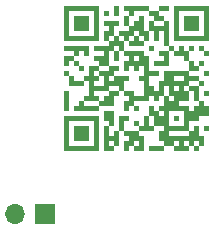
<source format=gbr>
%TF.GenerationSoftware,KiCad,Pcbnew,8.0.6+1*%
%TF.CreationDate,2024-12-11T00:22:32+00:00*%
%TF.ProjectId,Dino-Blinker,44696e6f-2d42-46c6-996e-6b65722e6b69,rev?*%
%TF.SameCoordinates,Original*%
%TF.FileFunction,Soldermask,Bot*%
%TF.FilePolarity,Negative*%
%FSLAX46Y46*%
G04 Gerber Fmt 4.6, Leading zero omitted, Abs format (unit mm)*
G04 Created by KiCad (PCBNEW 8.0.6+1) date 2024-12-11 00:22:32*
%MOMM*%
%LPD*%
G01*
G04 APERTURE LIST*
%ADD10C,0.000000*%
%ADD11R,1.700000X1.700000*%
%ADD12O,1.700000X1.700000*%
G04 APERTURE END LIST*
D10*
G36*
X151043332Y-107349999D02*
G01*
X150619999Y-107349999D01*
X150196666Y-107349999D01*
X149773333Y-107349999D01*
X149773333Y-106926666D01*
X150196666Y-106926666D01*
X150619999Y-106926666D01*
X151043332Y-106926666D01*
X151043332Y-107349999D01*
G37*
G36*
X153583333Y-100153333D02*
G01*
X154006666Y-100153333D01*
X154006666Y-100576666D01*
X153583333Y-100576666D01*
X153159999Y-100576666D01*
X153159999Y-100153333D01*
X153159999Y-99730000D01*
X153583333Y-99730000D01*
X153583333Y-100153333D01*
G37*
G36*
X145539999Y-104809999D02*
G01*
X145539999Y-105233333D01*
X145539999Y-105656666D01*
X145539999Y-106080000D01*
X145539999Y-106503333D01*
X145539999Y-106926666D01*
X145539999Y-107349999D01*
X145116666Y-107349999D01*
X144693333Y-107349999D01*
X144270000Y-107349999D01*
X143846666Y-107349999D01*
X143423333Y-107349999D01*
X143000000Y-107349999D01*
X142576666Y-107349999D01*
X142576666Y-106926666D01*
X142576666Y-106503333D01*
X142576666Y-106080000D01*
X142576666Y-105656666D01*
X142576666Y-105233333D01*
X143000000Y-105233333D01*
X143000000Y-105656666D01*
X143000000Y-106080000D01*
X143000000Y-106503333D01*
X143000000Y-106926666D01*
X143423333Y-106926666D01*
X143846666Y-106926666D01*
X144270000Y-106926666D01*
X144693333Y-106926666D01*
X145116666Y-106926666D01*
X145116666Y-106503333D01*
X145116666Y-106080000D01*
X145116666Y-105656666D01*
X145116666Y-105233333D01*
X145116666Y-104809999D01*
X144693333Y-104809999D01*
X144270000Y-104809999D01*
X143846666Y-104809999D01*
X143423333Y-104809999D01*
X143000000Y-104809999D01*
X143000000Y-105233333D01*
X142576666Y-105233333D01*
X142576666Y-104809999D01*
X142576666Y-104386666D01*
X143000000Y-104386666D01*
X143423333Y-104386666D01*
X143846666Y-104386666D01*
X144270000Y-104386666D01*
X144693333Y-104386666D01*
X145116666Y-104386666D01*
X145539999Y-104386666D01*
X145539999Y-104809999D01*
G37*
G36*
X154853332Y-105656666D02*
G01*
X154429999Y-105656666D01*
X154429999Y-105233333D01*
X154853332Y-105233333D01*
X154853332Y-105656666D01*
G37*
G36*
X151466666Y-95496667D02*
G01*
X151043332Y-95496667D01*
X150619999Y-95496667D01*
X150619999Y-95073333D01*
X151043332Y-95073333D01*
X151466666Y-95073333D01*
X151466666Y-95496667D01*
G37*
G36*
X146386666Y-105656666D02*
G01*
X146386666Y-106080000D01*
X146810000Y-106080000D01*
X146810000Y-105656666D01*
X147233333Y-105656666D01*
X147233333Y-106080000D01*
X147233333Y-106503333D01*
X147233333Y-106926666D01*
X146810000Y-106926666D01*
X146810000Y-107349999D01*
X146386666Y-107349999D01*
X145963333Y-107349999D01*
X145963333Y-106926666D01*
X146386666Y-106926666D01*
X146810000Y-106926666D01*
X146810000Y-106503333D01*
X146386666Y-106503333D01*
X146386666Y-106926666D01*
X145963333Y-106926666D01*
X145963333Y-106503333D01*
X145963333Y-106080000D01*
X145963333Y-105656666D01*
X145963333Y-105233333D01*
X146386666Y-105233333D01*
X146386666Y-105656666D01*
G37*
G36*
X154429999Y-98883333D02*
G01*
X154006666Y-98883333D01*
X154006666Y-98460000D01*
X154429999Y-98460000D01*
X154429999Y-98883333D01*
G37*
G36*
X144270000Y-100576666D02*
G01*
X143846666Y-100576666D01*
X143846666Y-100153333D01*
X144270000Y-100153333D01*
X144270000Y-100576666D01*
G37*
G36*
X143423333Y-99730000D02*
G01*
X143000000Y-99730000D01*
X143000000Y-100153333D01*
X142576666Y-100153333D01*
X142576666Y-99730000D01*
X142576666Y-99306667D01*
X143000000Y-99306667D01*
X143423333Y-99306667D01*
X143423333Y-99730000D01*
G37*
G36*
X145539999Y-100576666D02*
G01*
X145963333Y-100576666D01*
X146386666Y-100576666D01*
X146386666Y-100153333D01*
X146810000Y-100153333D01*
X147233333Y-100153333D01*
X147233333Y-100576666D01*
X146810000Y-100576666D01*
X146810000Y-101000000D01*
X146386666Y-101000000D01*
X146386666Y-101423333D01*
X146810000Y-101423333D01*
X146810000Y-101000000D01*
X147233333Y-101000000D01*
X147656666Y-101000000D01*
X148079999Y-101000000D01*
X148079999Y-101423333D01*
X147656666Y-101423333D01*
X147656666Y-101846666D01*
X147656666Y-102270000D01*
X147233333Y-102270000D01*
X147233333Y-101846666D01*
X146810000Y-101846666D01*
X146386666Y-101846666D01*
X146386666Y-102270000D01*
X145963333Y-102270000D01*
X145539999Y-102270000D01*
X145116666Y-102270000D01*
X145116666Y-102693333D01*
X145539999Y-102693333D01*
X145539999Y-103116666D01*
X145116666Y-103116666D01*
X144693333Y-103116666D01*
X144270000Y-103116666D01*
X144270000Y-102693333D01*
X144693333Y-102693333D01*
X144693333Y-102270000D01*
X144693333Y-101846666D01*
X144693333Y-101423333D01*
X145116666Y-101423333D01*
X145116666Y-101846666D01*
X145539999Y-101846666D01*
X145963333Y-101846666D01*
X145963333Y-101423333D01*
X145963333Y-101000000D01*
X145539999Y-101000000D01*
X145539999Y-101423333D01*
X145116666Y-101423333D01*
X144693333Y-101423333D01*
X144270000Y-101423333D01*
X144270000Y-101846666D01*
X143846666Y-101846666D01*
X143423333Y-101846666D01*
X143000000Y-101846666D01*
X143000000Y-101423333D01*
X143000000Y-101000000D01*
X143423333Y-101000000D01*
X143423333Y-101423333D01*
X143846666Y-101423333D01*
X144270000Y-101423333D01*
X144270000Y-101000000D01*
X144693333Y-101000000D01*
X145116666Y-101000000D01*
X145539999Y-101000000D01*
X145539999Y-100576666D01*
X145116666Y-100576666D01*
X145116666Y-101000000D01*
X144693333Y-101000000D01*
X144693333Y-100576666D01*
X144693333Y-100153333D01*
X145116666Y-100153333D01*
X145539999Y-100153333D01*
X145539999Y-100576666D01*
G37*
G36*
X147233333Y-102693333D02*
G01*
X146810000Y-102693333D01*
X146810000Y-103116666D01*
X146810000Y-103539999D01*
X146386666Y-103539999D01*
X145963333Y-103539999D01*
X145539999Y-103539999D01*
X145539999Y-103116666D01*
X145963333Y-103116666D01*
X145963333Y-102693333D01*
X146386666Y-102693333D01*
X146386666Y-102270000D01*
X146810000Y-102270000D01*
X147233333Y-102270000D01*
X147233333Y-102693333D01*
G37*
G36*
X148079999Y-96343333D02*
G01*
X148079999Y-96766667D01*
X147656666Y-96766667D01*
X147656666Y-96343333D01*
X147656666Y-95920000D01*
X148079999Y-95920000D01*
X148079999Y-96343333D01*
G37*
G36*
X154006666Y-96343333D02*
G01*
X154006666Y-96766667D01*
X154006666Y-97190000D01*
X153583333Y-97190000D01*
X153159999Y-97190000D01*
X152736666Y-97190000D01*
X152736666Y-96766667D01*
X152736666Y-96343333D01*
X152736666Y-95920000D01*
X153159999Y-95920000D01*
X153583333Y-95920000D01*
X154006666Y-95920000D01*
X154006666Y-96343333D01*
G37*
G36*
X150196666Y-98883333D02*
G01*
X149773333Y-98883333D01*
X149773333Y-98460000D01*
X150196666Y-98460000D01*
X150196666Y-98883333D01*
G37*
G36*
X151889999Y-98883333D02*
G01*
X151466666Y-98883333D01*
X151466666Y-98460000D01*
X151889999Y-98460000D01*
X151889999Y-98883333D01*
G37*
G36*
X154429999Y-100153333D02*
G01*
X154006666Y-100153333D01*
X154006666Y-99730000D01*
X154429999Y-99730000D01*
X154429999Y-100153333D01*
G37*
G36*
X154853332Y-101000000D02*
G01*
X154429999Y-101000000D01*
X154429999Y-100576666D01*
X154853332Y-100576666D01*
X154853332Y-101000000D01*
G37*
G36*
X147233333Y-95496667D02*
G01*
X147233333Y-95920000D01*
X146810000Y-95920000D01*
X146810000Y-95496667D01*
X146810000Y-95073333D01*
X147233333Y-95073333D01*
X147233333Y-95496667D01*
G37*
G36*
X154429999Y-101846666D02*
G01*
X154006666Y-101846666D01*
X154006666Y-101423333D01*
X154429999Y-101423333D01*
X154429999Y-101846666D01*
G37*
G36*
X148079999Y-104809999D02*
G01*
X147656666Y-104809999D01*
X147656666Y-105233333D01*
X147656666Y-105656666D01*
X147233333Y-105656666D01*
X147233333Y-105233333D01*
X147233333Y-104809999D01*
X147233333Y-104386666D01*
X147656666Y-104386666D01*
X148079999Y-104386666D01*
X148079999Y-104809999D01*
G37*
G36*
X150619999Y-95920000D02*
G01*
X151043332Y-95920000D01*
X151043332Y-96343333D01*
X150619999Y-96343333D01*
X150196666Y-96343333D01*
X150196666Y-95920000D01*
X149773333Y-95920000D01*
X149773333Y-95496667D01*
X150196666Y-95496667D01*
X150619999Y-95496667D01*
X150619999Y-95920000D01*
G37*
G36*
X154853332Y-99306667D02*
G01*
X154429999Y-99306667D01*
X154429999Y-98883333D01*
X154853332Y-98883333D01*
X154853332Y-99306667D01*
G37*
G36*
X149349999Y-96343333D02*
G01*
X149349999Y-96766667D01*
X149349999Y-97190000D01*
X149773333Y-97190000D01*
X149773333Y-96766667D01*
X149773333Y-96343333D01*
X150196666Y-96343333D01*
X150196666Y-96766667D01*
X151043332Y-96766667D01*
X151043332Y-96343333D01*
X151466666Y-96343333D01*
X151466666Y-96766667D01*
X151466666Y-97190000D01*
X151466666Y-97613333D01*
X151466666Y-98036666D01*
X151466666Y-98460000D01*
X151043332Y-98460000D01*
X151043332Y-98036666D01*
X151043332Y-97613333D01*
X151043332Y-97190000D01*
X150619999Y-97190000D01*
X150619999Y-97613333D01*
X150619999Y-98036666D01*
X150196666Y-98036666D01*
X150196666Y-97613333D01*
X150196666Y-97190000D01*
X149773333Y-97190000D01*
X149773333Y-97613333D01*
X149773333Y-98036666D01*
X149349999Y-98036666D01*
X149349999Y-97613333D01*
X148926666Y-97613333D01*
X148926666Y-97190000D01*
X148503333Y-97190000D01*
X148503333Y-97613333D01*
X148079999Y-97613333D01*
X148079999Y-98036666D01*
X147656666Y-98036666D01*
X147656666Y-97613333D01*
X147233333Y-97613333D01*
X147233333Y-97190000D01*
X147656666Y-97190000D01*
X148079999Y-97190000D01*
X148079999Y-96766667D01*
X148503333Y-96766667D01*
X148503333Y-96343333D01*
X148926666Y-96343333D01*
X148926666Y-95920000D01*
X149349999Y-95920000D01*
X149349999Y-96343333D01*
G37*
G36*
X151466666Y-99306667D02*
G01*
X151466666Y-99730000D01*
X151466666Y-100153333D01*
X151043332Y-100153333D01*
X150619999Y-100153333D01*
X150196666Y-100153333D01*
X150196666Y-99730000D01*
X150619999Y-99730000D01*
X151043332Y-99730000D01*
X151043332Y-99306667D01*
X150619999Y-99306667D01*
X150619999Y-98883333D01*
X151043332Y-98883333D01*
X151466666Y-98883333D01*
X151466666Y-99306667D01*
G37*
G36*
X145539999Y-95496667D02*
G01*
X145539999Y-95920000D01*
X145539999Y-96343333D01*
X145539999Y-96766667D01*
X145539999Y-97190000D01*
X145539999Y-97613333D01*
X145539999Y-98036666D01*
X145116666Y-98036666D01*
X144693333Y-98036666D01*
X144270000Y-98036666D01*
X143846666Y-98036666D01*
X143423333Y-98036666D01*
X143000000Y-98036666D01*
X142576666Y-98036666D01*
X142576666Y-97613333D01*
X142576666Y-97190000D01*
X142576666Y-96766667D01*
X142576666Y-96343333D01*
X142576666Y-95920000D01*
X143000000Y-95920000D01*
X143000000Y-96343333D01*
X143000000Y-96766667D01*
X143000000Y-97190000D01*
X143000000Y-97613333D01*
X143423333Y-97613333D01*
X143846666Y-97613333D01*
X144270000Y-97613333D01*
X144693333Y-97613333D01*
X145116666Y-97613333D01*
X145116666Y-97190000D01*
X145116666Y-96766667D01*
X145116666Y-96343333D01*
X145116666Y-95920000D01*
X145116666Y-95496667D01*
X144693333Y-95496667D01*
X144270000Y-95496667D01*
X143846666Y-95496667D01*
X143423333Y-95496667D01*
X143000000Y-95496667D01*
X143000000Y-95920000D01*
X142576666Y-95920000D01*
X142576666Y-95496667D01*
X142576666Y-95073333D01*
X143000000Y-95073333D01*
X143423333Y-95073333D01*
X143846666Y-95073333D01*
X144270000Y-95073333D01*
X144693333Y-95073333D01*
X145116666Y-95073333D01*
X145539999Y-95073333D01*
X145539999Y-95496667D01*
G37*
G36*
X143846666Y-100153333D02*
G01*
X143423333Y-100153333D01*
X143423333Y-99730000D01*
X143846666Y-99730000D01*
X143846666Y-100153333D01*
G37*
G36*
X153583333Y-98883333D02*
G01*
X153159999Y-98883333D01*
X153159999Y-98460000D01*
X153583333Y-98460000D01*
X153583333Y-98883333D01*
G37*
G36*
X147233333Y-98036666D02*
G01*
X147656666Y-98036666D01*
X147656666Y-98460000D01*
X147656666Y-98883333D01*
X147233333Y-98883333D01*
X147233333Y-98460000D01*
X146810000Y-98460000D01*
X146810000Y-98883333D01*
X146386666Y-98883333D01*
X146386666Y-99306667D01*
X146386666Y-99730000D01*
X146386666Y-100153333D01*
X145963333Y-100153333D01*
X145539999Y-100153333D01*
X145539999Y-99730000D01*
X145116666Y-99730000D01*
X145116666Y-99306667D01*
X145539999Y-99306667D01*
X145963333Y-99306667D01*
X145963333Y-98883333D01*
X145539999Y-98883333D01*
X145116666Y-98883333D01*
X145116666Y-98460000D01*
X145539999Y-98460000D01*
X145963333Y-98460000D01*
X146386666Y-98460000D01*
X146386666Y-98036666D01*
X146810000Y-98036666D01*
X146810000Y-97613333D01*
X147233333Y-97613333D01*
X147233333Y-98036666D01*
G37*
G36*
X154853332Y-102693333D02*
G01*
X154429999Y-102693333D01*
X154429999Y-102270000D01*
X154853332Y-102270000D01*
X154853332Y-102693333D01*
G37*
G36*
X147233333Y-99306667D02*
G01*
X147233333Y-99730000D01*
X146810000Y-99730000D01*
X146810000Y-99306667D01*
X146810000Y-98883333D01*
X147233333Y-98883333D01*
X147233333Y-99306667D01*
G37*
G36*
X154853332Y-95496667D02*
G01*
X154853332Y-95920000D01*
X154853332Y-96343333D01*
X154853332Y-96766667D01*
X154853332Y-97190000D01*
X154853332Y-97613333D01*
X154853332Y-98036666D01*
X154429999Y-98036666D01*
X154006666Y-98036666D01*
X153583333Y-98036666D01*
X153159999Y-98036666D01*
X152736666Y-98036666D01*
X152313332Y-98036666D01*
X151889999Y-98036666D01*
X151889999Y-97613333D01*
X151889999Y-97190000D01*
X151889999Y-96766667D01*
X151889999Y-96343333D01*
X151889999Y-95920000D01*
X152313332Y-95920000D01*
X152313332Y-96343333D01*
X152313332Y-96766667D01*
X152313332Y-97190000D01*
X152313332Y-97613333D01*
X152736666Y-97613333D01*
X153159999Y-97613333D01*
X153583333Y-97613333D01*
X154006666Y-97613333D01*
X154429999Y-97613333D01*
X154429999Y-97190000D01*
X154429999Y-96766667D01*
X154429999Y-96343333D01*
X154429999Y-95920000D01*
X154429999Y-95496667D01*
X154006666Y-95496667D01*
X153583333Y-95496667D01*
X153159999Y-95496667D01*
X152736666Y-95496667D01*
X152313332Y-95496667D01*
X152313332Y-95920000D01*
X151889999Y-95920000D01*
X151889999Y-95496667D01*
X151889999Y-95073333D01*
X152313332Y-95073333D01*
X152736666Y-95073333D01*
X153159999Y-95073333D01*
X153583333Y-95073333D01*
X154006666Y-95073333D01*
X154429999Y-95073333D01*
X154853332Y-95073333D01*
X154853332Y-95496667D01*
G37*
G36*
X144693333Y-96343333D02*
G01*
X144693333Y-96766667D01*
X144693333Y-97190000D01*
X144270000Y-97190000D01*
X143846666Y-97190000D01*
X143423333Y-97190000D01*
X143423333Y-96766667D01*
X143423333Y-96343333D01*
X143423333Y-95920000D01*
X143846666Y-95920000D01*
X144270000Y-95920000D01*
X144693333Y-95920000D01*
X144693333Y-96343333D01*
G37*
G36*
X148926666Y-105233333D02*
G01*
X148503333Y-105233333D01*
X148503333Y-104809999D01*
X148926666Y-104809999D01*
X148926666Y-105233333D01*
G37*
G36*
X143000000Y-101000000D02*
G01*
X142576666Y-101000000D01*
X142576666Y-100576666D01*
X143000000Y-100576666D01*
X143000000Y-101000000D01*
G37*
G36*
X146386666Y-95920000D02*
G01*
X145963333Y-95920000D01*
X145963333Y-95496667D01*
X146386666Y-95496667D01*
X146386666Y-95920000D01*
G37*
G36*
X149349999Y-99306667D02*
G01*
X149773333Y-99306667D01*
X149773333Y-99730000D01*
X149773333Y-100153333D01*
X149773333Y-100576666D01*
X150196666Y-100576666D01*
X150619999Y-100576666D01*
X150619999Y-101000000D01*
X150196666Y-101000000D01*
X149773333Y-101000000D01*
X149773333Y-101423333D01*
X149773333Y-101846666D01*
X150196666Y-101846666D01*
X150196666Y-102270000D01*
X150619999Y-102270000D01*
X150619999Y-101846666D01*
X150619999Y-101423333D01*
X151043332Y-101423333D01*
X151889999Y-101423333D01*
X152736666Y-101423333D01*
X152736666Y-101000000D01*
X152313332Y-101000000D01*
X151889999Y-101000000D01*
X151889999Y-101423333D01*
X151043332Y-101423333D01*
X151043332Y-101000000D01*
X151043332Y-100576666D01*
X151466666Y-100576666D01*
X151889999Y-100576666D01*
X152313332Y-100576666D01*
X152736666Y-100576666D01*
X153159999Y-100576666D01*
X153159999Y-101000000D01*
X153583333Y-101000000D01*
X154006666Y-101000000D01*
X154006666Y-101423333D01*
X153583333Y-101423333D01*
X153159999Y-101423333D01*
X153159999Y-101846666D01*
X152736666Y-101846666D01*
X152736666Y-102270000D01*
X153159999Y-102270000D01*
X153159999Y-101846666D01*
X153583333Y-101846666D01*
X154006666Y-101846666D01*
X154006666Y-102270000D01*
X154006666Y-102693333D01*
X154006666Y-103116666D01*
X153583333Y-103116666D01*
X153583333Y-102693333D01*
X153583333Y-102270000D01*
X153159999Y-102270000D01*
X153159999Y-102693333D01*
X153159999Y-103116666D01*
X152736666Y-103116666D01*
X152313332Y-103116666D01*
X152313332Y-103539999D01*
X152736666Y-103539999D01*
X153159999Y-103539999D01*
X153159999Y-103963333D01*
X153583333Y-103963333D01*
X153583333Y-103539999D01*
X154006666Y-103539999D01*
X154006666Y-103116666D01*
X154429999Y-103116666D01*
X154429999Y-103539999D01*
X154853332Y-103539999D01*
X154853332Y-103963333D01*
X154853332Y-104386666D01*
X154429999Y-104386666D01*
X154006666Y-104386666D01*
X154006666Y-104809999D01*
X153583333Y-104809999D01*
X153159999Y-104809999D01*
X153159999Y-105233333D01*
X153159999Y-105656666D01*
X153583333Y-105656666D01*
X153583333Y-105233333D01*
X154006666Y-105233333D01*
X154006666Y-105656666D01*
X154006666Y-106080000D01*
X154429999Y-106080000D01*
X154429999Y-106503333D01*
X154429999Y-106926666D01*
X154006666Y-106926666D01*
X154006666Y-106503333D01*
X153583333Y-106503333D01*
X153583333Y-106926666D01*
X153159999Y-106926666D01*
X153159999Y-107349999D01*
X152736666Y-107349999D01*
X152313332Y-107349999D01*
X151889999Y-107349999D01*
X151889999Y-106926666D01*
X152313332Y-106926666D01*
X152736666Y-106926666D01*
X153159999Y-106926666D01*
X153159999Y-106503333D01*
X152736666Y-106503333D01*
X152736666Y-106926666D01*
X152313332Y-106926666D01*
X152313332Y-106503333D01*
X151889999Y-106503333D01*
X151889999Y-106926666D01*
X151466666Y-106926666D01*
X151043332Y-106926666D01*
X151043332Y-106503333D01*
X150619999Y-106503333D01*
X150619999Y-106080000D01*
X151466666Y-106080000D01*
X151889999Y-106080000D01*
X152313332Y-106080000D01*
X152736666Y-106080000D01*
X153159999Y-106080000D01*
X153159999Y-105656666D01*
X152736666Y-105656666D01*
X152313332Y-105656666D01*
X151889999Y-105656666D01*
X151466666Y-105656666D01*
X151466666Y-106080000D01*
X150619999Y-106080000D01*
X150619999Y-105656666D01*
X151043332Y-105656666D01*
X151043332Y-105233333D01*
X150619999Y-105233333D01*
X150196666Y-105233333D01*
X150196666Y-105656666D01*
X149773333Y-105656666D01*
X149349999Y-105656666D01*
X148926666Y-105656666D01*
X148926666Y-105233333D01*
X149349999Y-105233333D01*
X149349999Y-104809999D01*
X149349999Y-104386666D01*
X149773333Y-104386666D01*
X149773333Y-104809999D01*
X149773333Y-105233333D01*
X150196666Y-105233333D01*
X150196666Y-104809999D01*
X150196666Y-104386666D01*
X150619999Y-104386666D01*
X151043332Y-104386666D01*
X151466666Y-104386666D01*
X151466666Y-104809999D01*
X151466666Y-105233333D01*
X151889999Y-105233333D01*
X152313332Y-105233333D01*
X152736666Y-105233333D01*
X152736666Y-104809999D01*
X152736666Y-104386666D01*
X152736666Y-103963333D01*
X152313332Y-103963333D01*
X151889999Y-103963333D01*
X151466666Y-103963333D01*
X151466666Y-104386666D01*
X151043332Y-104386666D01*
X151043332Y-103963333D01*
X150619999Y-103963333D01*
X150619999Y-104386666D01*
X150196666Y-104386666D01*
X149773333Y-104386666D01*
X149773333Y-103963333D01*
X149773333Y-103539999D01*
X150196666Y-103539999D01*
X150196666Y-103963333D01*
X150619999Y-103963333D01*
X150619999Y-103539999D01*
X151043332Y-103539999D01*
X151043332Y-103116666D01*
X151466666Y-103116666D01*
X151889999Y-103116666D01*
X151889999Y-102693333D01*
X151466666Y-102693333D01*
X151466666Y-103116666D01*
X151043332Y-103116666D01*
X151043332Y-102693333D01*
X151466666Y-102693333D01*
X151466666Y-102270000D01*
X151889999Y-102270000D01*
X152313332Y-102270000D01*
X152313332Y-101846666D01*
X151889999Y-101846666D01*
X151889999Y-102270000D01*
X151466666Y-102270000D01*
X151466666Y-101846666D01*
X151043332Y-101846666D01*
X151043332Y-102270000D01*
X151043332Y-102693333D01*
X150619999Y-102693333D01*
X150619999Y-103116666D01*
X150196666Y-103116666D01*
X150196666Y-102693333D01*
X149773333Y-102693333D01*
X149773333Y-103116666D01*
X149349999Y-103116666D01*
X148926666Y-103116666D01*
X148503333Y-103116666D01*
X148503333Y-103539999D01*
X148079999Y-103539999D01*
X148079999Y-103963333D01*
X147656666Y-103963333D01*
X147656666Y-103539999D01*
X147656666Y-103116666D01*
X148079999Y-103116666D01*
X148079999Y-102693333D01*
X147656666Y-102693333D01*
X147656666Y-102270000D01*
X148079999Y-102270000D01*
X148503333Y-102270000D01*
X148503333Y-102693333D01*
X149349999Y-102693333D01*
X149349999Y-102270000D01*
X149349999Y-101846666D01*
X149349999Y-101423333D01*
X148926666Y-101423333D01*
X148926666Y-101000000D01*
X149349999Y-101000000D01*
X149349999Y-100576666D01*
X149349999Y-100153333D01*
X148926666Y-100153333D01*
X148926666Y-100576666D01*
X148503333Y-100576666D01*
X148503333Y-100153333D01*
X148079999Y-100153333D01*
X148079999Y-100576666D01*
X147656666Y-100576666D01*
X147656666Y-100153333D01*
X147656666Y-99730000D01*
X148079999Y-99730000D01*
X148503333Y-99730000D01*
X148926666Y-99730000D01*
X148926666Y-99306667D01*
X148503333Y-99306667D01*
X148503333Y-99730000D01*
X148079999Y-99730000D01*
X148079999Y-99306667D01*
X147656666Y-99306667D01*
X147656666Y-98883333D01*
X148079999Y-98883333D01*
X148503333Y-98883333D01*
X148926666Y-98883333D01*
X149349999Y-98883333D01*
X149349999Y-99306667D01*
G37*
G36*
X143000000Y-102693333D02*
G01*
X143000000Y-103116666D01*
X143000000Y-103539999D01*
X143000000Y-103963333D01*
X142576666Y-103963333D01*
X142576666Y-103539999D01*
X142576666Y-103116666D01*
X142576666Y-102693333D01*
X142576666Y-102270000D01*
X143000000Y-102270000D01*
X143000000Y-102693333D01*
G37*
G36*
X144270000Y-103539999D02*
G01*
X144693333Y-103539999D01*
X145116666Y-103539999D01*
X145539999Y-103539999D01*
X145539999Y-103963333D01*
X145116666Y-103963333D01*
X144693333Y-103963333D01*
X144270000Y-103963333D01*
X143846666Y-103963333D01*
X143423333Y-103963333D01*
X143423333Y-103539999D01*
X143846666Y-103539999D01*
X143846666Y-103116666D01*
X144270000Y-103116666D01*
X144270000Y-103539999D01*
G37*
G36*
X144693333Y-98883333D02*
G01*
X144693333Y-99306667D01*
X144270000Y-99306667D01*
X144270000Y-98883333D01*
X143846666Y-98883333D01*
X143846666Y-99306667D01*
X143423333Y-99306667D01*
X143423333Y-98883333D01*
X143000000Y-98883333D01*
X142576666Y-98883333D01*
X142576666Y-98460000D01*
X143000000Y-98460000D01*
X143423333Y-98460000D01*
X143846666Y-98460000D01*
X144270000Y-98460000D01*
X144693333Y-98460000D01*
X144693333Y-98883333D01*
G37*
G36*
X146810000Y-104386666D02*
G01*
X146810000Y-104809999D01*
X146810000Y-105233333D01*
X146386666Y-105233333D01*
X146386666Y-104809999D01*
X145963333Y-104809999D01*
X145963333Y-104386666D01*
X145963333Y-103963333D01*
X146386666Y-103963333D01*
X146810000Y-103963333D01*
X146810000Y-104386666D01*
G37*
G36*
X144693333Y-105656666D02*
G01*
X144693333Y-106080000D01*
X144693333Y-106503333D01*
X144270000Y-106503333D01*
X143846666Y-106503333D01*
X143423333Y-106503333D01*
X143423333Y-106080000D01*
X143423333Y-105656666D01*
X143423333Y-105233333D01*
X143846666Y-105233333D01*
X144270000Y-105233333D01*
X144693333Y-105233333D01*
X144693333Y-105656666D01*
G37*
G36*
X152313332Y-104809999D02*
G01*
X151889999Y-104809999D01*
X151889999Y-104386666D01*
X152313332Y-104386666D01*
X152313332Y-104809999D01*
G37*
G36*
X148926666Y-98036666D02*
G01*
X149349999Y-98036666D01*
X149349999Y-98460000D01*
X148926666Y-98460000D01*
X148503333Y-98460000D01*
X148079999Y-98460000D01*
X148079999Y-98036666D01*
X148503333Y-98036666D01*
X148503333Y-97613333D01*
X148926666Y-97613333D01*
X148926666Y-98036666D01*
G37*
G36*
X148926666Y-103963333D02*
G01*
X148503333Y-103963333D01*
X148503333Y-103539999D01*
X148926666Y-103539999D01*
X148926666Y-103963333D01*
G37*
G36*
X149773333Y-95496667D02*
G01*
X149349999Y-95496667D01*
X148926666Y-95496667D01*
X148503333Y-95496667D01*
X148503333Y-95920000D01*
X148079999Y-95920000D01*
X148079999Y-95496667D01*
X147656666Y-95496667D01*
X147656666Y-95073333D01*
X148079999Y-95073333D01*
X148503333Y-95073333D01*
X148926666Y-95073333D01*
X149349999Y-95073333D01*
X149773333Y-95073333D01*
X149773333Y-95496667D01*
G37*
G36*
X154006666Y-107349999D02*
G01*
X153583333Y-107349999D01*
X153583333Y-106926666D01*
X154006666Y-106926666D01*
X154006666Y-107349999D01*
G37*
G36*
X148926666Y-106080000D02*
G01*
X149349999Y-106080000D01*
X149349999Y-106503333D01*
X149349999Y-106926666D01*
X149349999Y-107349999D01*
X148926666Y-107349999D01*
X148503333Y-107349999D01*
X148503333Y-106926666D01*
X148926666Y-106926666D01*
X148926666Y-106503333D01*
X148503333Y-106503333D01*
X148503333Y-106926666D01*
X148079999Y-106926666D01*
X148079999Y-107349999D01*
X147656666Y-107349999D01*
X147656666Y-106926666D01*
X147656666Y-106503333D01*
X148079999Y-106503333D01*
X148079999Y-106080000D01*
X147656666Y-106080000D01*
X147656666Y-105656666D01*
X148079999Y-105656666D01*
X148503333Y-105656666D01*
X148926666Y-105656666D01*
X148926666Y-106080000D01*
G37*
G36*
X152736666Y-98883333D02*
G01*
X153159999Y-98883333D01*
X153159999Y-99306667D01*
X153159999Y-99730000D01*
X152736666Y-99730000D01*
X152736666Y-99306667D01*
X152313332Y-99306667D01*
X151889999Y-99306667D01*
X151889999Y-98883333D01*
X152313332Y-98883333D01*
X152313332Y-98460000D01*
X152736666Y-98460000D01*
X152736666Y-98883333D01*
G37*
G36*
X147233333Y-96766667D02*
G01*
X146810000Y-96766667D01*
X146810000Y-97190000D01*
X146810000Y-97613333D01*
X146386666Y-97613333D01*
X146386666Y-98036666D01*
X145963333Y-98036666D01*
X145963333Y-97613333D01*
X145963333Y-97190000D01*
X146386666Y-97190000D01*
X146386666Y-96766667D01*
X145963333Y-96766667D01*
X145963333Y-96343333D01*
X146386666Y-96343333D01*
X146810000Y-96343333D01*
X147233333Y-96343333D01*
X147233333Y-96766667D01*
G37*
D11*
%TO.C,J1*%
X141000000Y-112750000D03*
D12*
X138460000Y-112750000D03*
%TD*%
M02*

</source>
